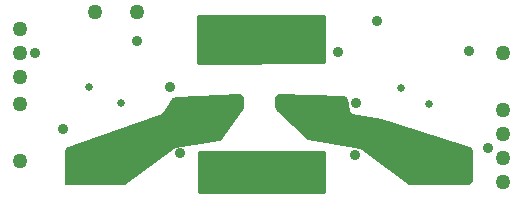
<source format=gbr>
G04 #@! TF.GenerationSoftware,KiCad,Pcbnew,(5.0.0)*
G04 #@! TF.CreationDate,2019-04-05T14:46:39-07:00*
G04 #@! TF.ProjectId,Buffer,4275666665722E6B696361645F706362,rev?*
G04 #@! TF.SameCoordinates,Original*
G04 #@! TF.FileFunction,Copper,L4,Bot,Signal*
G04 #@! TF.FilePolarity,Positive*
%FSLAX46Y46*%
G04 Gerber Fmt 4.6, Leading zero omitted, Abs format (unit mm)*
G04 Created by KiCad (PCBNEW (5.0.0)) date 04/05/19 14:46:39*
%MOMM*%
%LPD*%
G01*
G04 APERTURE LIST*
G04 #@! TA.AperFunction,ComponentPad*
%ADD10C,1.270000*%
G04 #@! TD*
G04 #@! TA.AperFunction,SMDPad,CuDef*
%ADD11R,5.080000X2.540000*%
G04 #@! TD*
G04 #@! TA.AperFunction,ComponentPad*
%ADD12C,1.016000*%
G04 #@! TD*
G04 #@! TA.AperFunction,ViaPad*
%ADD13C,0.889000*%
G04 #@! TD*
G04 #@! TA.AperFunction,ViaPad*
%ADD14C,0.635000*%
G04 #@! TD*
G04 #@! TA.AperFunction,Conductor*
%ADD15C,0.330200*%
G04 #@! TD*
G04 #@! TA.AperFunction,Conductor*
%ADD16C,0.254000*%
G04 #@! TD*
G04 APERTURE END LIST*
D10*
G04 #@! TO.P,TP1,1*
G04 #@! TO.N,/GNDB1*
X9906000Y15494000D03*
G04 #@! TD*
D11*
G04 #@! TO.P,TP8,1*
G04 #@! TO.N,/GNDB1*
X20434300Y13096900D03*
G04 #@! TD*
D12*
G04 #@! TO.P,TP2,1*
G04 #@! TO.N,/GNDB1*
X19748500Y12334900D03*
G04 #@! TD*
G04 #@! TO.P,TP2,1*
G04 #@! TO.N,/GNDB1*
X21082000Y12334900D03*
G04 #@! TD*
G04 #@! TO.P,TP2,1*
G04 #@! TO.N,/GNDB1*
X18415000Y12334900D03*
G04 #@! TD*
G04 #@! TO.P,TP2,1*
G04 #@! TO.N,/GNDB1*
X18415000Y13604900D03*
G04 #@! TD*
G04 #@! TO.P,TP2,1*
G04 #@! TO.N,/GNDB1*
X22415500Y12334900D03*
G04 #@! TD*
G04 #@! TO.P,TP2,1*
G04 #@! TO.N,/GNDB1*
X21082000Y13604900D03*
G04 #@! TD*
G04 #@! TO.P,TP2,1*
G04 #@! TO.N,/GNDB1*
X22415500Y13604900D03*
G04 #@! TD*
G04 #@! TO.P,TP2,1*
G04 #@! TO.N,/GNDB1*
X19748500Y13604900D03*
G04 #@! TD*
G04 #@! TO.P,TP2,1*
G04 #@! TO.N,/Vc2Pos*
X21082000Y1397000D03*
G04 #@! TD*
G04 #@! TO.P,TP2,1*
G04 #@! TO.N,/Vc2Pos*
X22415500Y1397000D03*
G04 #@! TD*
G04 #@! TO.P,TP2,1*
G04 #@! TO.N,/LfNeg*
X8318500Y1397000D03*
G04 #@! TD*
G04 #@! TO.P,TP2,1*
G04 #@! TO.N,/CfNeg*
X37528500Y1397000D03*
G04 #@! TD*
G04 #@! TO.P,TP2,1*
G04 #@! TO.N,/CfNeg*
X36195000Y1397000D03*
G04 #@! TD*
G04 #@! TO.P,TP2,1*
G04 #@! TO.N,/CfNeg*
X33528000Y2667000D03*
G04 #@! TD*
G04 #@! TO.P,TP2,1*
G04 #@! TO.N,/CfNeg*
X33528000Y1397000D03*
G04 #@! TD*
G04 #@! TO.P,TP2,1*
G04 #@! TO.N,/CfNeg*
X36195000Y2667000D03*
G04 #@! TD*
G04 #@! TO.P,TP2,1*
G04 #@! TO.N,/CfNeg*
X34861500Y2667000D03*
G04 #@! TD*
G04 #@! TO.P,TP2,1*
G04 #@! TO.N,/CfNeg*
X34861500Y1397000D03*
G04 #@! TD*
G04 #@! TO.P,TP2,1*
G04 #@! TO.N,/CfNeg*
X37528500Y2667000D03*
G04 #@! TD*
D10*
G04 #@! TO.P,TP11,1*
G04 #@! TO.N,/PWMLow2*
X40894000Y12065000D03*
G04 #@! TD*
D12*
G04 #@! TO.P,TP2,1*
G04 #@! TO.N,/Vc2Pos*
X19748500Y1397000D03*
G04 #@! TD*
G04 #@! TO.P,TP2,1*
G04 #@! TO.N,/Vc2Pos*
X18415000Y1397000D03*
G04 #@! TD*
G04 #@! TO.P,TP2,1*
G04 #@! TO.N,/Vc2Pos*
X22415500Y2667000D03*
G04 #@! TD*
G04 #@! TO.P,TP2,1*
G04 #@! TO.N,/Vc2Pos*
X21082000Y2667000D03*
G04 #@! TD*
G04 #@! TO.P,TP2,1*
G04 #@! TO.N,/Vc2Pos*
X19748500Y2667000D03*
G04 #@! TD*
G04 #@! TO.P,TP2,1*
G04 #@! TO.N,/Vc2Pos*
X18415000Y2667000D03*
G04 #@! TD*
G04 #@! TO.P,TP2,1*
G04 #@! TO.N,/LfNeg*
X6985000Y2667000D03*
G04 #@! TD*
G04 #@! TO.P,TP2,1*
G04 #@! TO.N,/LfNeg*
X5638800Y2667000D03*
G04 #@! TD*
G04 #@! TO.P,TP2,1*
G04 #@! TO.N,/LfNeg*
X8318500Y2667000D03*
G04 #@! TD*
G04 #@! TO.P,TP2,1*
G04 #@! TO.N,/LfNeg*
X6985000Y1397000D03*
G04 #@! TD*
G04 #@! TO.P,TP2,1*
G04 #@! TO.N,/LfNeg*
X5651500Y1397000D03*
G04 #@! TD*
G04 #@! TO.P,TP2,1*
G04 #@! TO.N,/LfNeg*
X4318000Y2667000D03*
G04 #@! TD*
G04 #@! TO.P,TP2,1*
G04 #@! TO.N,/LfNeg*
X4318000Y1397000D03*
G04 #@! TD*
D11*
G04 #@! TO.P,TP12,1*
G04 #@! TO.N,/LfNeg*
X6350000Y2159000D03*
G04 #@! TD*
G04 #@! TO.P,TP13,1*
G04 #@! TO.N,/CfNeg*
X35560000Y2159000D03*
G04 #@! TD*
D10*
G04 #@! TO.P,TP16,1*
G04 #@! TO.N,/GNDI*
X0Y12065000D03*
G04 #@! TD*
G04 #@! TO.P,TP15,1*
G04 #@! TO.N,/5.5V_Iso*
X6350000Y15494000D03*
G04 #@! TD*
G04 #@! TO.P,TP17,1*
G04 #@! TO.N,/5V*
X0Y14097000D03*
G04 #@! TD*
G04 #@! TO.P,TP5,1*
G04 #@! TO.N,/GNDI*
X40894000Y3175000D03*
G04 #@! TD*
G04 #@! TO.P,TP10,1*
G04 #@! TO.N,/PWMHigh2*
X40894000Y7239000D03*
G04 #@! TD*
G04 #@! TO.P,TP9,1*
G04 #@! TO.N,/Disable2*
X40894000Y5207000D03*
G04 #@! TD*
G04 #@! TO.P,TP6,1*
G04 #@! TO.N,/Disable1*
X0Y7731000D03*
G04 #@! TD*
G04 #@! TO.P,TP4,1*
G04 #@! TO.N,/5V*
X40894000Y1143000D03*
G04 #@! TD*
G04 #@! TO.P,TP3,1*
G04 #@! TO.N,/PWMLow1*
X0Y10033000D03*
G04 #@! TD*
G04 #@! TO.P,TP2,1*
G04 #@! TO.N,/PWMHigh1*
X0Y2921000D03*
G04 #@! TD*
D11*
G04 #@! TO.P,TP7,1*
G04 #@! TO.N,/Vc2Pos*
X20434300Y2159000D03*
G04 #@! TD*
D13*
G04 #@! TO.N,/GNDI*
X3683000Y5651500D03*
X1270000Y12065000D03*
X39624000Y4013200D03*
X38036500Y12255500D03*
D14*
G04 #@! TO.N,/GNDB1*
X32258000Y9080500D03*
D13*
X9906000Y13081000D03*
X12674600Y9194800D03*
X26949400Y12166600D03*
D14*
G04 #@! TO.N,/Disable1*
X5867400Y9144000D03*
G04 #@! TO.N,/Disable2*
X34671000Y7747000D03*
D13*
G04 #@! TO.N,/CfNeg*
X23266400Y7874000D03*
X26162000Y7874000D03*
X25196800Y7874000D03*
X24231600Y7874000D03*
X22301200Y7874000D03*
X28384500Y3429000D03*
X28448000Y7823200D03*
G04 #@! TO.N,/5.5V_Iso*
X30226000Y14732000D03*
G04 #@! TO.N,/LfNeg*
X16319500Y7823200D03*
X14389100Y7823200D03*
X18249900Y7823200D03*
X17284700Y7823200D03*
X15354300Y7823200D03*
D14*
X8534400Y7848600D03*
D13*
X13563600Y3556000D03*
G04 #@! TD*
D15*
G04 #@! TO.N,/LfNeg*
X6350000Y2832100D02*
X6515100Y2832100D01*
G04 #@! TD*
D16*
G04 #@! TO.N,/LfNeg*
G36*
X18729643Y8434240D02*
X18796000Y8278738D01*
X18796000Y7487599D01*
X18748977Y7340868D01*
X17006447Y4901325D01*
X16841871Y4799234D01*
X13136505Y4201594D01*
X13107626Y4193338D01*
X12970099Y4135683D01*
X12943967Y4120877D01*
X8788041Y1065050D01*
X8638534Y1016000D01*
X4096005Y1016000D01*
X3942047Y1080676D01*
X3880464Y1235895D01*
X3932195Y3822424D01*
X3973497Y3945953D01*
X4077756Y4024028D01*
X12004177Y6828762D01*
X12040885Y6849107D01*
X12202836Y6977963D01*
X12230909Y7009161D01*
X12951099Y8140887D01*
X13257496Y8267801D01*
X18571459Y8493926D01*
X18729643Y8434240D01*
X18729643Y8434240D01*
G37*
X18729643Y8434240D02*
X18796000Y8278738D01*
X18796000Y7487599D01*
X18748977Y7340868D01*
X17006447Y4901325D01*
X16841871Y4799234D01*
X13136505Y4201594D01*
X13107626Y4193338D01*
X12970099Y4135683D01*
X12943967Y4120877D01*
X8788041Y1065050D01*
X8638534Y1016000D01*
X4096005Y1016000D01*
X3942047Y1080676D01*
X3880464Y1235895D01*
X3932195Y3822424D01*
X3973497Y3945953D01*
X4077756Y4024028D01*
X12004177Y6828762D01*
X12040885Y6849107D01*
X12202836Y6977963D01*
X12230909Y7009161D01*
X12951099Y8140887D01*
X13257496Y8267801D01*
X18571459Y8493926D01*
X18729643Y8434240D01*
G04 #@! TO.N,/CfNeg*
G36*
X27369866Y8335112D02*
X27503863Y8283733D01*
X27576716Y8160095D01*
X27772705Y7175019D01*
X27785709Y7139102D01*
X27875956Y6973243D01*
X27907676Y6935173D01*
X27930150Y6920634D01*
X28098614Y6835350D01*
X28134901Y6823419D01*
X30533409Y6419823D01*
X30568931Y6411178D01*
X38012063Y4020056D01*
X38121621Y3940873D01*
X38163500Y3812346D01*
X38163500Y1291308D01*
X38101180Y1139580D01*
X37950203Y1075458D01*
X33082357Y1017507D01*
X32929475Y1066831D01*
X28963901Y3995256D01*
X28938773Y4009701D01*
X28806578Y4066741D01*
X28778829Y4075112D01*
X24394036Y4866811D01*
X24262478Y4934632D01*
X21792791Y7345517D01*
X21717000Y7525420D01*
X21717000Y8283050D01*
X21782425Y8437701D01*
X21938974Y8498447D01*
X27369866Y8335112D01*
X27369866Y8335112D01*
G37*
X27369866Y8335112D02*
X27503863Y8283733D01*
X27576716Y8160095D01*
X27772705Y7175019D01*
X27785709Y7139102D01*
X27875956Y6973243D01*
X27907676Y6935173D01*
X27930150Y6920634D01*
X28098614Y6835350D01*
X28134901Y6823419D01*
X30533409Y6419823D01*
X30568931Y6411178D01*
X38012063Y4020056D01*
X38121621Y3940873D01*
X38163500Y3812346D01*
X38163500Y1291308D01*
X38101180Y1139580D01*
X37950203Y1075458D01*
X33082357Y1017507D01*
X32929475Y1066831D01*
X28963901Y3995256D01*
X28938773Y4009701D01*
X28806578Y4066741D01*
X28778829Y4075112D01*
X24394036Y4866811D01*
X24262478Y4934632D01*
X21792791Y7345517D01*
X21717000Y7525420D01*
X21717000Y8283050D01*
X21782425Y8437701D01*
X21938974Y8498447D01*
X27369866Y8335112D01*
G04 #@! TO.N,/GNDB1*
G36*
X25781000Y11251611D02*
X15112260Y11201989D01*
X15088922Y15216200D01*
X25781000Y15216200D01*
X25781000Y11251611D01*
X25781000Y11251611D01*
G37*
X25781000Y11251611D02*
X15112260Y11201989D01*
X15088922Y15216200D01*
X25781000Y15216200D01*
X25781000Y11251611D01*
G04 #@! TO.N,/Vc2Pos*
G36*
X25755600Y304800D02*
X15189200Y304800D01*
X15189200Y3683000D01*
X25755600Y3683000D01*
X25755600Y304800D01*
X25755600Y304800D01*
G37*
X25755600Y304800D02*
X15189200Y304800D01*
X15189200Y3683000D01*
X25755600Y3683000D01*
X25755600Y304800D01*
G04 #@! TD*
M02*

</source>
